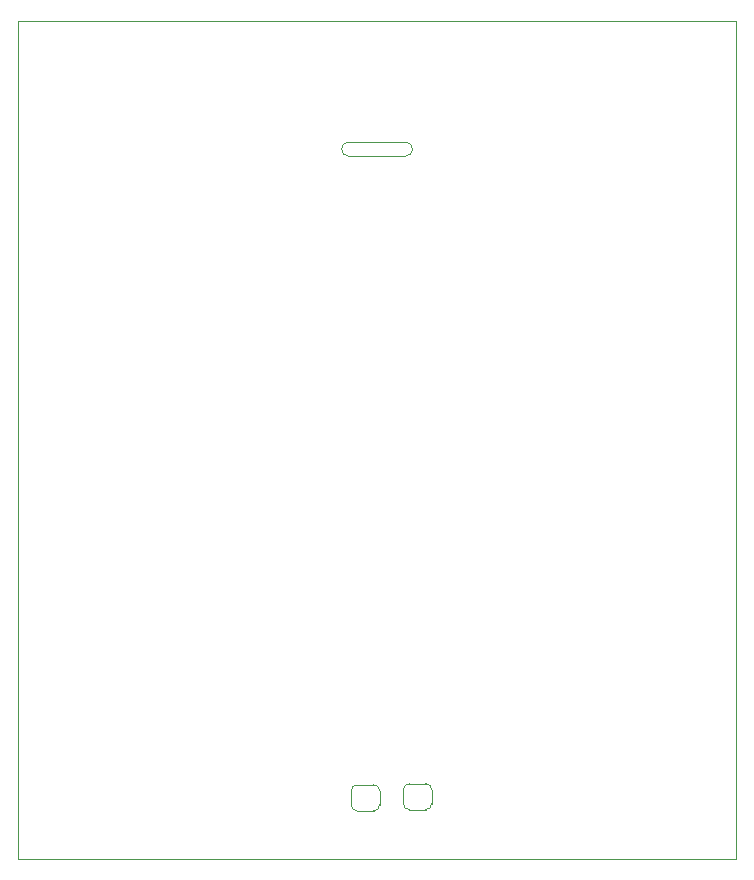
<source format=gbr>
%TF.GenerationSoftware,KiCad,Pcbnew,7.0.7-7.0.7~ubuntu23.04.1*%
%TF.CreationDate,2023-09-17T11:45:55+00:00*%
%TF.ProjectId,OLED01,4f4c4544-3031-42e6-9b69-6361645f7063,rev?*%
%TF.SameCoordinates,PX72ba1e0PY737d6e0*%
%TF.FileFunction,Profile,NP*%
%FSLAX46Y46*%
G04 Gerber Fmt 4.6, Leading zero omitted, Abs format (unit mm)*
G04 Created by KiCad (PCBNEW 7.0.7-7.0.7~ubuntu23.04.1) date 2023-09-17 11:45:55*
%MOMM*%
%LPD*%
G01*
G04 APERTURE LIST*
%TA.AperFunction,Profile*%
%ADD10C,0.050000*%
%TD*%
G04 APERTURE END LIST*
D10*
X23000000Y55700000D02*
G75*
G03*
X23000000Y54500000I0J-600000D01*
G01*
X-4980000Y65940000D02*
X55780000Y65940000D01*
X55780000Y-4980000D01*
X-4980000Y-4980000D01*
X-4980000Y65940000D01*
X23000000Y54500000D02*
X27800000Y54500000D01*
X27800000Y55700000D02*
X23000000Y55700000D01*
X27800000Y54500000D02*
G75*
G03*
X27800000Y55700000I0J600000D01*
G01*
%TO.C,D4*%
X23712500Y-920000D02*
X25112500Y-920000D01*
X25612500Y-420000D02*
X25612500Y780000D01*
X23712500Y1280000D02*
X25112500Y1280000D01*
X23212500Y-420000D02*
X23212500Y780000D01*
X23212500Y-420000D02*
G75*
G03*
X23712500Y-920000I500001J1D01*
G01*
X25612500Y780000D02*
G75*
G03*
X25112500Y1280000I-500000J0D01*
G01*
X25112500Y-920000D02*
G75*
G03*
X25612500Y-420000I-1J500001D01*
G01*
X23712500Y1280000D02*
G75*
G03*
X23212500Y780000I0J-500000D01*
G01*
%TO.C,D5*%
X27625000Y-325000D02*
X27625000Y875000D01*
X28125000Y-825000D02*
X29525000Y-825000D01*
X28125000Y1375000D02*
X29525000Y1375000D01*
X30025000Y-325000D02*
X30025000Y875000D01*
X27625000Y-325000D02*
G75*
G03*
X28125000Y-825000I500001J1D01*
G01*
X30025000Y875000D02*
G75*
G03*
X29525000Y1375000I-500000J0D01*
G01*
X28125000Y1375000D02*
G75*
G03*
X27625000Y875000I0J-500000D01*
G01*
X29525000Y-825000D02*
G75*
G03*
X30025000Y-325000I-1J500001D01*
G01*
%TD*%
M02*

</source>
